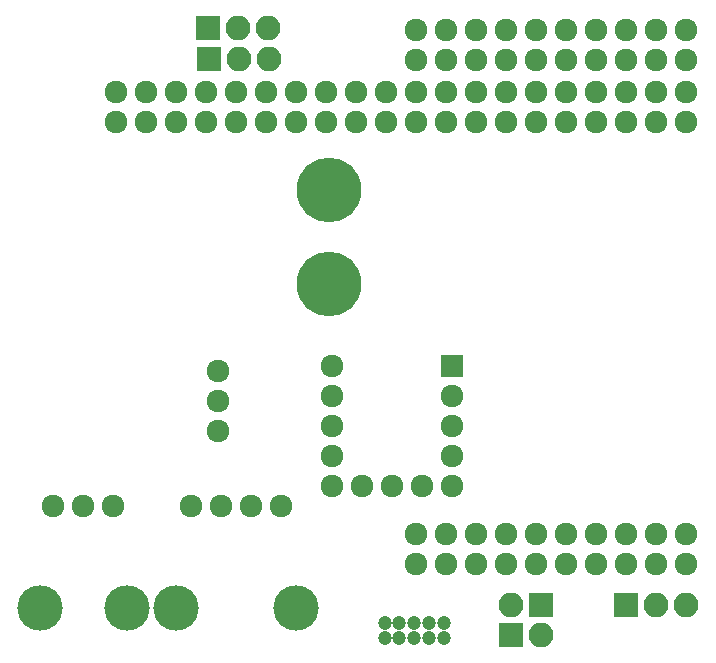
<source format=gbr>
G04 #@! TF.FileFunction,Soldermask,Bot*
%FSLAX46Y46*%
G04 Gerber Fmt 4.6, Leading zero omitted, Abs format (unit mm)*
G04 Created by KiCad (PCBNEW 4.0.7) date 03/19/18 18:51:52*
%MOMM*%
%LPD*%
G01*
G04 APERTURE LIST*
%ADD10C,0.100000*%
%ADD11R,2.100000X2.100000*%
%ADD12O,2.100000X2.100000*%
%ADD13C,1.924000*%
%ADD14R,1.924000X1.924000*%
%ADD15C,1.920000*%
%ADD16C,1.200000*%
%ADD17C,3.850000*%
%ADD18C,5.480000*%
G04 APERTURE END LIST*
D10*
D11*
X164693600Y-140462000D03*
D12*
X164693600Y-143002000D03*
D11*
X162153600Y-143002000D03*
D12*
X162153600Y-140462000D03*
D11*
X136601200Y-94234000D03*
D12*
X139141200Y-94234000D03*
X141681200Y-94234000D03*
D11*
X136550400Y-91643200D03*
D12*
X139090400Y-91643200D03*
X141630400Y-91643200D03*
D11*
X171958000Y-140462000D03*
D12*
X174498000Y-140462000D03*
X177038000Y-140462000D03*
D13*
X137414000Y-120650000D03*
X137414000Y-123190000D03*
X137414000Y-125730000D03*
X147066000Y-130429000D03*
X149606000Y-130429000D03*
X152146000Y-130429000D03*
X154686000Y-130429000D03*
X157226000Y-130429000D03*
X157226000Y-127889000D03*
X157226000Y-125349000D03*
X157226000Y-122809000D03*
D14*
X157226000Y-120269000D03*
D13*
X147066000Y-127889000D03*
X147066000Y-125349000D03*
X147066000Y-122809000D03*
X147066000Y-120269000D03*
D15*
X128778000Y-99618800D03*
X128778000Y-97078800D03*
X131318000Y-99618800D03*
X131318000Y-97078800D03*
X133858000Y-99618800D03*
X133858000Y-97078800D03*
X136398000Y-99618800D03*
X136398000Y-97078800D03*
X138938000Y-99618800D03*
X138938000Y-97078800D03*
X141478000Y-99618800D03*
X141478000Y-97078800D03*
X144018000Y-99618800D03*
X144018000Y-97078800D03*
X146558000Y-99618800D03*
X146558000Y-97078800D03*
X149098000Y-99618800D03*
X149098000Y-97078800D03*
X151638000Y-99618800D03*
X151638000Y-97078800D03*
X154178000Y-99618800D03*
X154178000Y-97078800D03*
X156718000Y-99618800D03*
X156718000Y-97078800D03*
X159258000Y-99618800D03*
X159258000Y-97078800D03*
X161798000Y-99618800D03*
X161798000Y-97078800D03*
X164338000Y-99618800D03*
X164338000Y-97078800D03*
X166878000Y-99618800D03*
X166878000Y-97078800D03*
X169418000Y-99618800D03*
X169418000Y-97078800D03*
X171958000Y-99618800D03*
X171958000Y-97078800D03*
X174498000Y-99618800D03*
X174498000Y-97078800D03*
X177038000Y-99618800D03*
X177038000Y-97078800D03*
X177038000Y-94361000D03*
X174498000Y-94361000D03*
X171958000Y-94361000D03*
X169418000Y-94361000D03*
X166878000Y-94361000D03*
X164338000Y-94361000D03*
X161798000Y-94361000D03*
X159258000Y-94361000D03*
X156718000Y-94361000D03*
X154178000Y-94323000D03*
X177038000Y-91821000D03*
X174498000Y-91821000D03*
X171958000Y-91821000D03*
X169418000Y-91821000D03*
X166878000Y-91821000D03*
X164338000Y-91821000D03*
X161798000Y-91821000D03*
X159258000Y-91821000D03*
X156718000Y-91821000D03*
X154178000Y-91821000D03*
X177038000Y-134493000D03*
X174498000Y-134493000D03*
X171958000Y-134493000D03*
X169418000Y-134493000D03*
X166878000Y-134493000D03*
X164338000Y-134493000D03*
X161798000Y-134493000D03*
X159258000Y-134493000D03*
X156718000Y-134493000D03*
X154178000Y-134493000D03*
X177038000Y-137033000D03*
X174498000Y-137033000D03*
X171958000Y-137033000D03*
X169418000Y-137033000D03*
X166878000Y-137033000D03*
X164338000Y-137033000D03*
X161798000Y-137033000D03*
X159258000Y-137033000D03*
X156718000Y-137033000D03*
X154178000Y-137033000D03*
D16*
X156486000Y-141996000D03*
X156486000Y-143246000D03*
X155236000Y-141996000D03*
X155236000Y-143246000D03*
X153986000Y-141996000D03*
X153986000Y-143246000D03*
X152736000Y-141996000D03*
X152736000Y-143246000D03*
X151486000Y-141996000D03*
X151486000Y-143246000D03*
D13*
X142748000Y-132080000D03*
X140208000Y-132080000D03*
X137668000Y-132080000D03*
X135128000Y-132080000D03*
D17*
X144018000Y-140716000D03*
X133858000Y-140716000D03*
X129669000Y-140720000D03*
D13*
X128524000Y-132080000D03*
X125984000Y-132080000D03*
X123444000Y-132080000D03*
D17*
X122299000Y-140720000D03*
D18*
X146786600Y-113335800D03*
X146786600Y-105334800D03*
M02*

</source>
